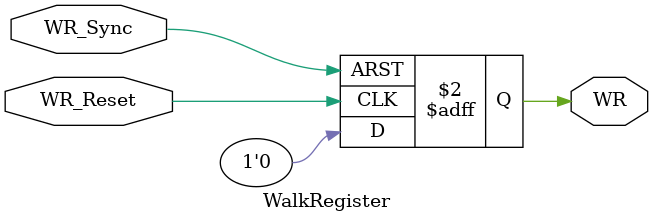
<source format=v>
`timescale 1ns / 1ps


module WalkRegister(
    input WR_Sync,
    input WR_Reset,
    output reg WR
    );
	 
	 always@(posedge WR_Sync ,posedge WR_Reset) begin
		if (WR_Sync) begin
		      WR = 1;
		end
		else begin
		      if (WR_Reset) begin
		             WR = 0;
		      end
		end
	 end
	
endmodule

</source>
